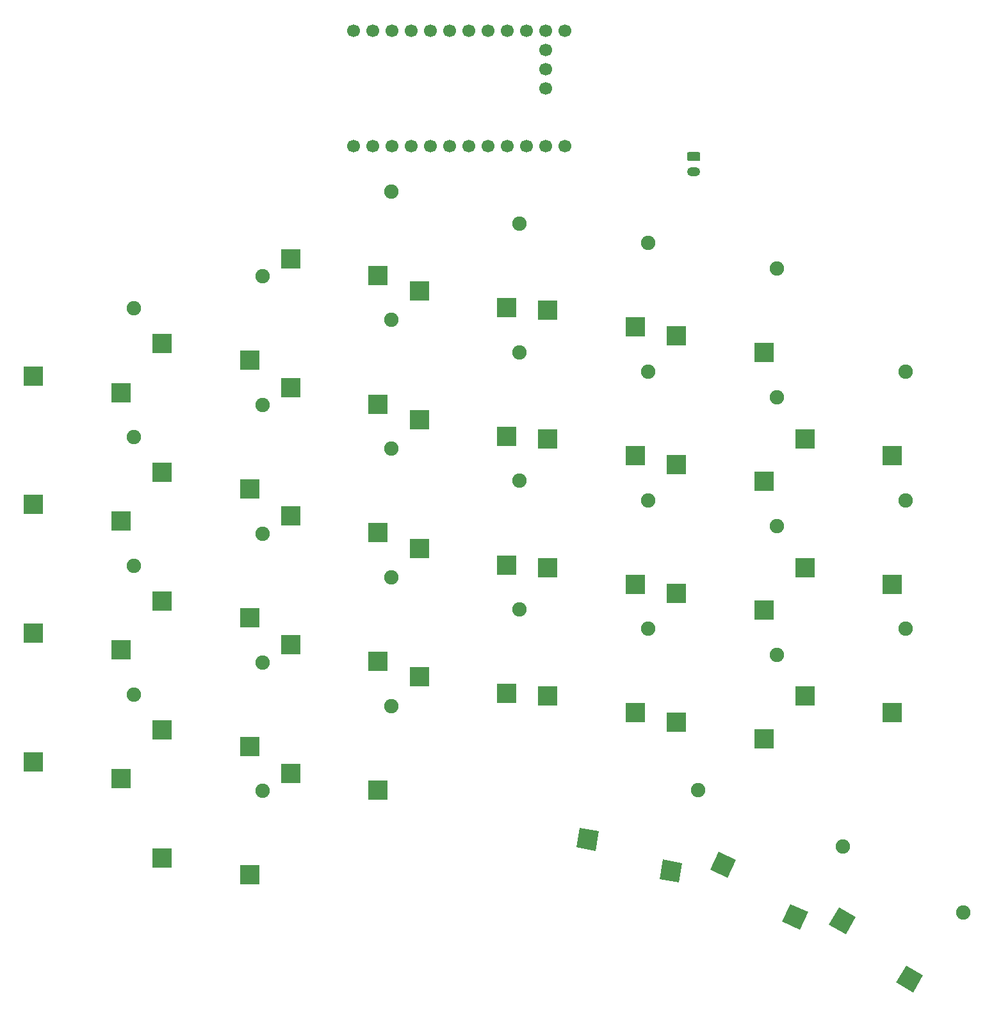
<source format=gbl>
G04 #@! TF.GenerationSoftware,KiCad,Pcbnew,9.0.7+1*
G04 #@! TF.CreationDate,2026-02-15T05:04:03+00:00*
G04 #@! TF.ProjectId,left_pcb,6c656674-5f70-4636-922e-6b696361645f,v0.2*
G04 #@! TF.SameCoordinates,Original*
G04 #@! TF.FileFunction,Copper,L2,Bot*
G04 #@! TF.FilePolarity,Positive*
%FSLAX46Y46*%
G04 Gerber Fmt 4.6, Leading zero omitted, Abs format (unit mm)*
G04 Created by KiCad (PCBNEW 9.0.7+1) date 2026-02-15 05:04:03*
%MOMM*%
%LPD*%
G01*
G04 APERTURE LIST*
G04 #@! TA.AperFunction,ComponentPad*
%ADD10C,1.900000*%
G04 #@! TD*
G04 #@! TA.AperFunction,SMDPad,CuDef*
%ADD11R,2.600000X2.600000*%
G04 #@! TD*
G04 #@! TA.AperFunction,ComponentPad*
%ADD12C,1.700000*%
G04 #@! TD*
G04 #@! TA.AperFunction,ComponentPad*
%ADD13O,1.750000X1.200000*%
G04 #@! TD*
G04 APERTURE END LIST*
D10*
X40000000Y-127850000D03*
D11*
X38275000Y-138950000D03*
X26725000Y-136750000D03*
D10*
X40000000Y-110850000D03*
D11*
X38275000Y-121950000D03*
X26725000Y-119750000D03*
D10*
X40000000Y-93850000D03*
D11*
X38275000Y-104950000D03*
X26725000Y-102750000D03*
D10*
X40000000Y-76850000D03*
D11*
X38275000Y-87950000D03*
X26725000Y-85750000D03*
D10*
X57000000Y-140600000D03*
D11*
X55275000Y-151700000D03*
X43725000Y-149500000D03*
D10*
X57000000Y-123600000D03*
D11*
X55275000Y-134700000D03*
X43725000Y-132500000D03*
D10*
X57000000Y-106600000D03*
D11*
X55275000Y-117700000D03*
X43725000Y-115500000D03*
D10*
X57000000Y-89600000D03*
D11*
X55275000Y-100700000D03*
X43725000Y-98500000D03*
D10*
X57000000Y-72600000D03*
D11*
X55275000Y-83700000D03*
X43725000Y-81500000D03*
D10*
X74000000Y-129380000D03*
D11*
X72275000Y-140480000D03*
X60725000Y-138280000D03*
D10*
X74000000Y-112380000D03*
D11*
X72275000Y-123480000D03*
X60725000Y-121280000D03*
D10*
X74000000Y-95380000D03*
D11*
X72275000Y-106480000D03*
X60725000Y-104280000D03*
D10*
X74000000Y-78380000D03*
D11*
X72275000Y-89480000D03*
X60725000Y-87280000D03*
D10*
X74000000Y-61380000D03*
D11*
X72275000Y-72480000D03*
X60725000Y-70280000D03*
D10*
X91000000Y-116630000D03*
D11*
X89275000Y-127730000D03*
X77725000Y-125530000D03*
D10*
X91000000Y-99630000D03*
D11*
X89275000Y-110730000D03*
X77725000Y-108530000D03*
D10*
X91000000Y-82630000D03*
D11*
X89275000Y-93730000D03*
X77725000Y-91530000D03*
D10*
X91000000Y-65630000D03*
D11*
X89275000Y-76730000D03*
X77725000Y-74530000D03*
D10*
X108000000Y-119180000D03*
D11*
X106275000Y-130280000D03*
X94725000Y-128080000D03*
D10*
X108000000Y-102180000D03*
D11*
X106275000Y-113280000D03*
X94725000Y-111080000D03*
D10*
X108000000Y-85180000D03*
D11*
X106275000Y-96280000D03*
X94725000Y-94080000D03*
D10*
X108000000Y-68180000D03*
D11*
X106275000Y-79280000D03*
X94725000Y-77080000D03*
D10*
X125000000Y-122580000D03*
D11*
X123275000Y-133680000D03*
X111725000Y-131480000D03*
D10*
X125000000Y-105580000D03*
D11*
X123275000Y-116680000D03*
X111725000Y-114480000D03*
D10*
X125000000Y-88580000D03*
D11*
X123275000Y-99680000D03*
X111725000Y-97480000D03*
D10*
X125000000Y-71580000D03*
D11*
X123275000Y-82680000D03*
X111725000Y-80480000D03*
D10*
X142000000Y-119180000D03*
D11*
X140275000Y-130280000D03*
X128725000Y-128080000D03*
D10*
X142000000Y-102180000D03*
D11*
X140275000Y-113280000D03*
X128725000Y-111080000D03*
D10*
X142000000Y-85180000D03*
D11*
X140275000Y-96280000D03*
X128725000Y-94080000D03*
D10*
X114598327Y-140526481D03*
G04 #@! TA.AperFunction,SMDPad,CuDef*
G36*
X112478032Y-150103797D02*
G01*
X112026546Y-152664297D01*
X109466046Y-152212811D01*
X109917532Y-149652311D01*
X112478032Y-150103797D01*
G37*
G04 #@! TD.AperFunction*
G04 #@! TA.AperFunction,SMDPad,CuDef*
G36*
X101485528Y-145931583D02*
G01*
X101034042Y-148492083D01*
X98473542Y-148040597D01*
X98925028Y-145480097D01*
X101485528Y-145931583D01*
G37*
G04 #@! TD.AperFunction*
X133678751Y-147911120D03*
G04 #@! TA.AperFunction,SMDPad,CuDef*
G36*
X129151911Y-156613324D02*
G01*
X128053103Y-158969724D01*
X125696703Y-157870916D01*
X126795511Y-155514516D01*
X129151911Y-156613324D01*
G37*
G04 #@! TD.AperFunction*
G04 #@! TA.AperFunction,SMDPad,CuDef*
G36*
X119613817Y-149738206D02*
G01*
X118515009Y-152094606D01*
X116158609Y-150995798D01*
X117257417Y-148639398D01*
X119613817Y-149738206D01*
G37*
G04 #@! TD.AperFunction*
X149598432Y-156690139D03*
G04 #@! TA.AperFunction,SMDPad,CuDef*
G36*
X144330371Y-164964688D02*
G01*
X143030371Y-167216354D01*
X140778705Y-165916354D01*
X142078705Y-163664688D01*
X144330371Y-164964688D01*
G37*
G04 #@! TD.AperFunction*
G04 #@! TA.AperFunction,SMDPad,CuDef*
G36*
X135427778Y-157284432D02*
G01*
X134127778Y-159536098D01*
X131876112Y-158236098D01*
X133176112Y-155984432D01*
X135427778Y-157284432D01*
G37*
G04 #@! TD.AperFunction*
D12*
X69050000Y-55390000D03*
X69050000Y-40150000D03*
X71590000Y-55390000D03*
X71590000Y-40150000D03*
X74130000Y-55390000D03*
X74130000Y-40150000D03*
X76670000Y-55390000D03*
X76670000Y-40150000D03*
X79210000Y-55390000D03*
X79210000Y-40150000D03*
X81750000Y-55390000D03*
X81750000Y-40150000D03*
X84290000Y-55390000D03*
X84290000Y-40150000D03*
X86830000Y-55390000D03*
X86830000Y-40150000D03*
X89370000Y-55390000D03*
X89370000Y-40150000D03*
X91910000Y-55390000D03*
X91910000Y-40150000D03*
X94450000Y-55390000D03*
X94450000Y-40150000D03*
X96990000Y-55390000D03*
X96990000Y-40150000D03*
X94450000Y-42690000D03*
X94450000Y-45230000D03*
X94450000Y-47770000D03*
G04 #@! TA.AperFunction,ComponentPad*
G36*
G01*
X113365000Y-56170000D02*
X114635000Y-56170000D01*
G75*
G02*
X114875000Y-56410000I0J-240000D01*
G01*
X114875000Y-57130000D01*
G75*
G02*
X114635000Y-57370000I-240000J0D01*
G01*
X113365000Y-57370000D01*
G75*
G02*
X113125000Y-57130000I0J240000D01*
G01*
X113125000Y-56410000D01*
G75*
G02*
X113365000Y-56170000I240000J0D01*
G01*
G37*
G04 #@! TD.AperFunction*
D13*
X114000000Y-58770000D03*
M02*

</source>
